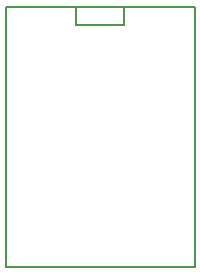
<source format=gbr>
G04 #@! TF.FileFunction,Legend,Top*
%FSLAX46Y46*%
G04 Gerber Fmt 4.6, Leading zero omitted, Abs format (unit mm)*
G04 Created by KiCad (PCBNEW 4.0.5+dfsg1-4) date Sun Apr  1 12:34:51 2018*
%MOMM*%
%LPD*%
G01*
G04 APERTURE LIST*
%ADD10C,0.100000*%
%ADD11C,0.150000*%
G04 APERTURE END LIST*
D10*
D11*
X145288000Y-78867000D02*
X145288000Y-80391000D01*
X145288000Y-80391000D02*
X149352000Y-80391000D01*
X149352000Y-80391000D02*
X149352000Y-78867000D01*
X147320000Y-100838000D02*
X139319000Y-100838000D01*
X139319000Y-100838000D02*
X139319000Y-78867000D01*
X139319000Y-78867000D02*
X155321000Y-78867000D01*
X155321000Y-78867000D02*
X155321000Y-100838000D01*
X155321000Y-100838000D02*
X147320000Y-100838000D01*
M02*

</source>
